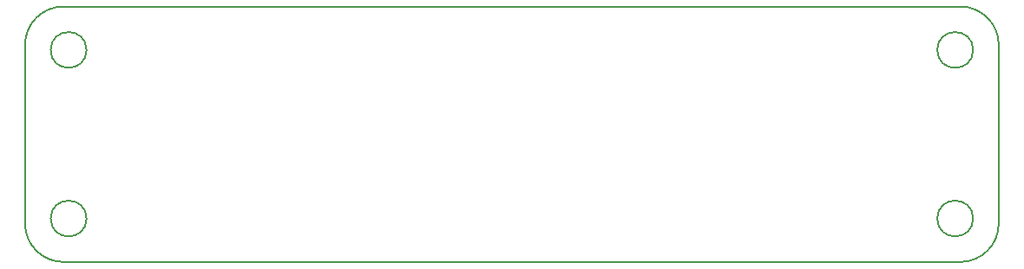
<source format=gbr>
G04 #@! TF.GenerationSoftware,KiCad,Pcbnew,5.1.9-73d0e3b20d~88~ubuntu20.04.1*
G04 #@! TF.CreationDate,2021-03-03T21:58:00-08:00*
G04 #@! TF.ProjectId,casing,63617369-6e67-42e6-9b69-6361645f7063,rev?*
G04 #@! TF.SameCoordinates,Original*
G04 #@! TF.FileFunction,Profile,NP*
%FSLAX46Y46*%
G04 Gerber Fmt 4.6, Leading zero omitted, Abs format (unit mm)*
G04 Created by KiCad (PCBNEW 5.1.9-73d0e3b20d~88~ubuntu20.04.1) date 2021-03-03 21:58:00*
%MOMM*%
%LPD*%
G01*
G04 APERTURE LIST*
G04 #@! TA.AperFunction,Profile*
%ADD10C,0.127000*%
G04 #@! TD*
G04 #@! TA.AperFunction,Profile*
%ADD11C,0.150000*%
G04 #@! TD*
G04 APERTURE END LIST*
D10*
X121500000Y-93750000D02*
X121500000Y-109000000D01*
X121500000Y-111250000D02*
X121500000Y-109000000D01*
X125250000Y-115000000D02*
G75*
G02*
X121500000Y-111250000I0J3750000D01*
G01*
X121500000Y-93750000D02*
G75*
G02*
X125250000Y-90000000I3750000J0D01*
G01*
X216500000Y-111250000D02*
G75*
G02*
X212750000Y-115000000I-3750000J0D01*
G01*
X212750000Y-90000000D02*
G75*
G02*
X216500000Y-93750000I0J-3750000D01*
G01*
X125250000Y-90000000D02*
X212750000Y-90000000D01*
X212750000Y-115000000D02*
X125250000Y-115000000D01*
X216500000Y-93750000D02*
X216500000Y-111250000D01*
D11*
X127500000Y-94250000D02*
G75*
G03*
X127500000Y-94250000I-1750000J0D01*
G01*
X214000000Y-110750000D02*
G75*
G03*
X214000000Y-110750000I-1750000J0D01*
G01*
X214000000Y-94250000D02*
G75*
G03*
X214000000Y-94250000I-1750000J0D01*
G01*
X127500000Y-110750000D02*
G75*
G03*
X127500000Y-110750000I-1750000J0D01*
G01*
M02*

</source>
